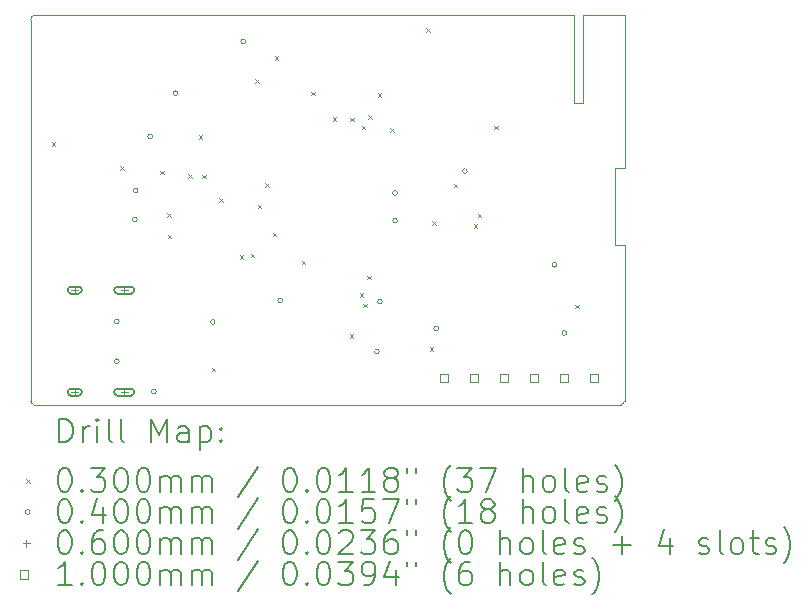
<source format=gbr>
%TF.GenerationSoftware,KiCad,Pcbnew,7.0.1-3b83917a11~172~ubuntu22.04.1*%
%TF.CreationDate,2023-04-25T14:52:25+02:00*%
%TF.ProjectId,sharp-lcd-128x128,73686172-702d-46c6-9364-2d3132387831,rev?*%
%TF.SameCoordinates,Original*%
%TF.FileFunction,Drillmap*%
%TF.FilePolarity,Positive*%
%FSLAX45Y45*%
G04 Gerber Fmt 4.5, Leading zero omitted, Abs format (unit mm)*
G04 Created by KiCad (PCBNEW 7.0.1-3b83917a11~172~ubuntu22.04.1) date 2023-04-25 14:52:25*
%MOMM*%
%LPD*%
G01*
G04 APERTURE LIST*
%ADD10C,0.100000*%
%ADD11C,0.200000*%
%ADD12C,0.030000*%
%ADD13C,0.040000*%
%ADD14C,0.060000*%
G04 APERTURE END LIST*
D10*
X7230000Y-6250000D02*
X12198787Y-6250000D01*
X7240000Y-2950000D02*
G75*
G03*
X7200000Y-2990000I0J-40000D01*
G01*
X12229000Y-2950000D02*
X12229000Y-4250000D01*
X12229000Y-2950000D02*
X11880000Y-2950000D01*
X7200000Y-2990000D02*
X7200000Y-6220000D01*
X12229000Y-4900000D02*
X12229000Y-6220000D01*
X11880000Y-3700000D02*
X11880000Y-2950000D01*
X12150000Y-4250000D02*
X12150000Y-4900000D01*
X11880000Y-3700000D02*
X11800000Y-3700000D01*
X12198787Y-6249787D02*
G75*
G03*
X12228787Y-6219787I3J29997D01*
G01*
X7200000Y-6220000D02*
G75*
G03*
X7230000Y-6250000I30000J0D01*
G01*
X12150000Y-4900000D02*
X12229000Y-4900000D01*
X12150000Y-4250000D02*
X12229000Y-4250000D01*
X11800000Y-2950000D02*
X7240000Y-2950000D01*
X11800000Y-3700000D02*
X11800000Y-2950000D01*
D11*
D12*
X7379000Y-4028000D02*
X7409000Y-4058000D01*
X7409000Y-4028000D02*
X7379000Y-4058000D01*
X7959000Y-4230000D02*
X7989000Y-4260000D01*
X7989000Y-4230000D02*
X7959000Y-4260000D01*
X8296111Y-4270672D02*
X8326111Y-4300672D01*
X8326111Y-4270672D02*
X8296111Y-4300672D01*
X8356000Y-4631000D02*
X8386000Y-4661000D01*
X8386000Y-4631000D02*
X8356000Y-4661000D01*
X8360000Y-4811000D02*
X8390000Y-4841000D01*
X8390000Y-4811000D02*
X8360000Y-4841000D01*
X8536194Y-4298194D02*
X8566194Y-4328194D01*
X8566194Y-4298194D02*
X8536194Y-4328194D01*
X8622000Y-3968000D02*
X8652000Y-3998000D01*
X8652000Y-3968000D02*
X8622000Y-3998000D01*
X8654891Y-4303891D02*
X8684891Y-4333891D01*
X8684891Y-4303891D02*
X8654891Y-4333891D01*
X8733000Y-5936000D02*
X8763000Y-5966000D01*
X8763000Y-5936000D02*
X8733000Y-5966000D01*
X8798000Y-4503000D02*
X8828000Y-4533000D01*
X8828000Y-4503000D02*
X8798000Y-4533000D01*
X8971746Y-4984714D02*
X9001746Y-5014714D01*
X9001746Y-4984714D02*
X8971746Y-5014714D01*
X9064000Y-4973000D02*
X9094000Y-5003000D01*
X9094000Y-4973000D02*
X9064000Y-5003000D01*
X9103000Y-3496000D02*
X9133000Y-3526000D01*
X9133000Y-3496000D02*
X9103000Y-3526000D01*
X9122000Y-4557000D02*
X9152000Y-4587000D01*
X9152000Y-4557000D02*
X9122000Y-4587000D01*
X9186000Y-4375050D02*
X9216000Y-4405050D01*
X9216000Y-4375050D02*
X9186000Y-4405050D01*
X9252000Y-4793000D02*
X9282000Y-4823000D01*
X9282000Y-4793000D02*
X9252000Y-4823000D01*
X9268000Y-3299000D02*
X9298000Y-3329000D01*
X9298000Y-3299000D02*
X9268000Y-3329000D01*
X9496000Y-5033000D02*
X9526000Y-5063000D01*
X9526000Y-5033000D02*
X9496000Y-5063000D01*
X9576000Y-3602000D02*
X9606000Y-3632000D01*
X9606000Y-3602000D02*
X9576000Y-3632000D01*
X9760121Y-3816056D02*
X9790121Y-3846056D01*
X9790121Y-3816056D02*
X9760121Y-3846056D01*
X9903000Y-5655000D02*
X9933000Y-5685000D01*
X9933000Y-5655000D02*
X9903000Y-5685000D01*
X9904682Y-3819168D02*
X9934682Y-3849168D01*
X9934682Y-3819168D02*
X9904682Y-3849168D01*
X9986000Y-5309000D02*
X10016000Y-5339000D01*
X10016000Y-5309000D02*
X9986000Y-5339000D01*
X10004000Y-3888000D02*
X10034000Y-3918000D01*
X10034000Y-3888000D02*
X10004000Y-3918000D01*
X10015000Y-5397000D02*
X10045000Y-5427000D01*
X10045000Y-5397000D02*
X10015000Y-5427000D01*
X10048796Y-5158593D02*
X10078796Y-5188593D01*
X10078796Y-5158593D02*
X10048796Y-5188593D01*
X10057000Y-3802000D02*
X10087000Y-3832000D01*
X10087000Y-3802000D02*
X10057000Y-3832000D01*
X10139910Y-3611450D02*
X10169910Y-3641450D01*
X10169910Y-3611450D02*
X10139910Y-3641450D01*
X10245000Y-3909000D02*
X10275000Y-3939000D01*
X10275000Y-3909000D02*
X10245000Y-3939000D01*
X10550878Y-3062250D02*
X10580878Y-3092250D01*
X10580878Y-3062250D02*
X10550878Y-3092250D01*
X10580000Y-5765000D02*
X10610000Y-5795000D01*
X10610000Y-5765000D02*
X10580000Y-5795000D01*
X10601000Y-4695000D02*
X10631000Y-4725000D01*
X10631000Y-4695000D02*
X10601000Y-4725000D01*
X10784000Y-4379000D02*
X10814000Y-4409000D01*
X10814000Y-4379000D02*
X10784000Y-4409000D01*
X10953450Y-4720667D02*
X10983450Y-4750667D01*
X10983450Y-4720667D02*
X10953450Y-4750667D01*
X10985000Y-4633000D02*
X11015000Y-4663000D01*
X11015000Y-4633000D02*
X10985000Y-4663000D01*
X11126000Y-3889000D02*
X11156000Y-3919000D01*
X11156000Y-3889000D02*
X11126000Y-3919000D01*
X11811000Y-5405000D02*
X11841000Y-5435000D01*
X11841000Y-5405000D02*
X11811000Y-5435000D01*
D13*
X7950000Y-5547500D02*
G75*
G03*
X7950000Y-5547500I-20000J0D01*
G01*
X7950000Y-5882500D02*
G75*
G03*
X7950000Y-5882500I-20000J0D01*
G01*
X8102750Y-4681000D02*
G75*
G03*
X8102750Y-4681000I-20000J0D01*
G01*
X8109750Y-4436000D02*
G75*
G03*
X8109750Y-4436000I-20000J0D01*
G01*
X8233000Y-3981000D02*
G75*
G03*
X8233000Y-3981000I-20000J0D01*
G01*
X8262500Y-6137500D02*
G75*
G03*
X8262500Y-6137500I-20000J0D01*
G01*
X8447000Y-3612000D02*
G75*
G03*
X8447000Y-3612000I-20000J0D01*
G01*
X8763000Y-5550000D02*
G75*
G03*
X8763000Y-5550000I-20000J0D01*
G01*
X9020000Y-3176000D02*
G75*
G03*
X9020000Y-3176000I-20000J0D01*
G01*
X9333000Y-5369000D02*
G75*
G03*
X9333000Y-5369000I-20000J0D01*
G01*
X10152000Y-5802000D02*
G75*
G03*
X10152000Y-5802000I-20000J0D01*
G01*
X10177649Y-5379033D02*
G75*
G03*
X10177649Y-5379033I-20000J0D01*
G01*
X10306000Y-4457000D02*
G75*
G03*
X10306000Y-4457000I-20000J0D01*
G01*
X10306000Y-4693000D02*
G75*
G03*
X10306000Y-4693000I-20000J0D01*
G01*
X10654000Y-5607000D02*
G75*
G03*
X10654000Y-5607000I-20000J0D01*
G01*
X10897000Y-4273000D02*
G75*
G03*
X10897000Y-4273000I-20000J0D01*
G01*
X11657000Y-5066000D02*
G75*
G03*
X11657000Y-5066000I-20000J0D01*
G01*
X11739000Y-5643000D02*
G75*
G03*
X11739000Y-5643000I-20000J0D01*
G01*
D14*
X7575000Y-5250500D02*
X7575000Y-5310500D01*
X7545000Y-5280500D02*
X7605000Y-5280500D01*
D11*
X7605000Y-5250500D02*
X7545000Y-5250500D01*
X7545000Y-5250500D02*
G75*
G03*
X7545000Y-5310500I0J-30000D01*
G01*
X7545000Y-5310500D02*
X7605000Y-5310500D01*
X7605000Y-5310500D02*
G75*
G03*
X7605000Y-5250500I0J30000D01*
G01*
D14*
X7575000Y-6114500D02*
X7575000Y-6174500D01*
X7545000Y-6144500D02*
X7605000Y-6144500D01*
D11*
X7605000Y-6114500D02*
X7545000Y-6114500D01*
X7545000Y-6114500D02*
G75*
G03*
X7545000Y-6174500I0J-30000D01*
G01*
X7545000Y-6174500D02*
X7605000Y-6174500D01*
X7605000Y-6174500D02*
G75*
G03*
X7605000Y-6114500I0J30000D01*
G01*
D14*
X7993000Y-5250500D02*
X7993000Y-5310500D01*
X7963000Y-5280500D02*
X8023000Y-5280500D01*
D11*
X8048000Y-5250500D02*
X7938000Y-5250500D01*
X7938000Y-5250500D02*
G75*
G03*
X7938000Y-5310500I0J-30000D01*
G01*
X7938000Y-5310500D02*
X8048000Y-5310500D01*
X8048000Y-5310500D02*
G75*
G03*
X8048000Y-5250500I0J30000D01*
G01*
D14*
X7993000Y-6114500D02*
X7993000Y-6174500D01*
X7963000Y-6144500D02*
X8023000Y-6144500D01*
D11*
X8048000Y-6114500D02*
X7938000Y-6114500D01*
X7938000Y-6114500D02*
G75*
G03*
X7938000Y-6174500I0J-30000D01*
G01*
X7938000Y-6174500D02*
X8048000Y-6174500D01*
X8048000Y-6174500D02*
G75*
G03*
X8048000Y-6114500I0J30000D01*
G01*
D10*
X10738356Y-6060356D02*
X10738356Y-5989644D01*
X10667644Y-5989644D01*
X10667644Y-6060356D01*
X10738356Y-6060356D01*
X10992356Y-6060356D02*
X10992356Y-5989644D01*
X10921644Y-5989644D01*
X10921644Y-6060356D01*
X10992356Y-6060356D01*
X11246356Y-6060356D02*
X11246356Y-5989644D01*
X11175644Y-5989644D01*
X11175644Y-6060356D01*
X11246356Y-6060356D01*
X11500356Y-6060356D02*
X11500356Y-5989644D01*
X11429644Y-5989644D01*
X11429644Y-6060356D01*
X11500356Y-6060356D01*
X11754356Y-6060356D02*
X11754356Y-5989644D01*
X11683644Y-5989644D01*
X11683644Y-6060356D01*
X11754356Y-6060356D01*
X12008356Y-6060356D02*
X12008356Y-5989644D01*
X11937644Y-5989644D01*
X11937644Y-6060356D01*
X12008356Y-6060356D01*
D11*
X7442619Y-6567524D02*
X7442619Y-6367524D01*
X7442619Y-6367524D02*
X7490238Y-6367524D01*
X7490238Y-6367524D02*
X7518809Y-6377048D01*
X7518809Y-6377048D02*
X7537857Y-6396095D01*
X7537857Y-6396095D02*
X7547381Y-6415143D01*
X7547381Y-6415143D02*
X7556905Y-6453238D01*
X7556905Y-6453238D02*
X7556905Y-6481809D01*
X7556905Y-6481809D02*
X7547381Y-6519905D01*
X7547381Y-6519905D02*
X7537857Y-6538952D01*
X7537857Y-6538952D02*
X7518809Y-6558000D01*
X7518809Y-6558000D02*
X7490238Y-6567524D01*
X7490238Y-6567524D02*
X7442619Y-6567524D01*
X7642619Y-6567524D02*
X7642619Y-6434190D01*
X7642619Y-6472286D02*
X7652143Y-6453238D01*
X7652143Y-6453238D02*
X7661667Y-6443714D01*
X7661667Y-6443714D02*
X7680714Y-6434190D01*
X7680714Y-6434190D02*
X7699762Y-6434190D01*
X7766428Y-6567524D02*
X7766428Y-6434190D01*
X7766428Y-6367524D02*
X7756905Y-6377048D01*
X7756905Y-6377048D02*
X7766428Y-6386571D01*
X7766428Y-6386571D02*
X7775952Y-6377048D01*
X7775952Y-6377048D02*
X7766428Y-6367524D01*
X7766428Y-6367524D02*
X7766428Y-6386571D01*
X7890238Y-6567524D02*
X7871190Y-6558000D01*
X7871190Y-6558000D02*
X7861667Y-6538952D01*
X7861667Y-6538952D02*
X7861667Y-6367524D01*
X7995000Y-6567524D02*
X7975952Y-6558000D01*
X7975952Y-6558000D02*
X7966428Y-6538952D01*
X7966428Y-6538952D02*
X7966428Y-6367524D01*
X8223571Y-6567524D02*
X8223571Y-6367524D01*
X8223571Y-6367524D02*
X8290238Y-6510381D01*
X8290238Y-6510381D02*
X8356905Y-6367524D01*
X8356905Y-6367524D02*
X8356905Y-6567524D01*
X8537857Y-6567524D02*
X8537857Y-6462762D01*
X8537857Y-6462762D02*
X8528333Y-6443714D01*
X8528333Y-6443714D02*
X8509286Y-6434190D01*
X8509286Y-6434190D02*
X8471190Y-6434190D01*
X8471190Y-6434190D02*
X8452143Y-6443714D01*
X8537857Y-6558000D02*
X8518810Y-6567524D01*
X8518810Y-6567524D02*
X8471190Y-6567524D01*
X8471190Y-6567524D02*
X8452143Y-6558000D01*
X8452143Y-6558000D02*
X8442619Y-6538952D01*
X8442619Y-6538952D02*
X8442619Y-6519905D01*
X8442619Y-6519905D02*
X8452143Y-6500857D01*
X8452143Y-6500857D02*
X8471190Y-6491333D01*
X8471190Y-6491333D02*
X8518810Y-6491333D01*
X8518810Y-6491333D02*
X8537857Y-6481809D01*
X8633095Y-6434190D02*
X8633095Y-6634190D01*
X8633095Y-6443714D02*
X8652143Y-6434190D01*
X8652143Y-6434190D02*
X8690238Y-6434190D01*
X8690238Y-6434190D02*
X8709286Y-6443714D01*
X8709286Y-6443714D02*
X8718810Y-6453238D01*
X8718810Y-6453238D02*
X8728333Y-6472286D01*
X8728333Y-6472286D02*
X8728333Y-6529428D01*
X8728333Y-6529428D02*
X8718810Y-6548476D01*
X8718810Y-6548476D02*
X8709286Y-6558000D01*
X8709286Y-6558000D02*
X8690238Y-6567524D01*
X8690238Y-6567524D02*
X8652143Y-6567524D01*
X8652143Y-6567524D02*
X8633095Y-6558000D01*
X8814048Y-6548476D02*
X8823571Y-6558000D01*
X8823571Y-6558000D02*
X8814048Y-6567524D01*
X8814048Y-6567524D02*
X8804524Y-6558000D01*
X8804524Y-6558000D02*
X8814048Y-6548476D01*
X8814048Y-6548476D02*
X8814048Y-6567524D01*
X8814048Y-6443714D02*
X8823571Y-6453238D01*
X8823571Y-6453238D02*
X8814048Y-6462762D01*
X8814048Y-6462762D02*
X8804524Y-6453238D01*
X8804524Y-6453238D02*
X8814048Y-6443714D01*
X8814048Y-6443714D02*
X8814048Y-6462762D01*
D12*
X7165000Y-6880000D02*
X7195000Y-6910000D01*
X7195000Y-6880000D02*
X7165000Y-6910000D01*
D11*
X7480714Y-6787524D02*
X7499762Y-6787524D01*
X7499762Y-6787524D02*
X7518809Y-6797048D01*
X7518809Y-6797048D02*
X7528333Y-6806571D01*
X7528333Y-6806571D02*
X7537857Y-6825619D01*
X7537857Y-6825619D02*
X7547381Y-6863714D01*
X7547381Y-6863714D02*
X7547381Y-6911333D01*
X7547381Y-6911333D02*
X7537857Y-6949428D01*
X7537857Y-6949428D02*
X7528333Y-6968476D01*
X7528333Y-6968476D02*
X7518809Y-6978000D01*
X7518809Y-6978000D02*
X7499762Y-6987524D01*
X7499762Y-6987524D02*
X7480714Y-6987524D01*
X7480714Y-6987524D02*
X7461667Y-6978000D01*
X7461667Y-6978000D02*
X7452143Y-6968476D01*
X7452143Y-6968476D02*
X7442619Y-6949428D01*
X7442619Y-6949428D02*
X7433095Y-6911333D01*
X7433095Y-6911333D02*
X7433095Y-6863714D01*
X7433095Y-6863714D02*
X7442619Y-6825619D01*
X7442619Y-6825619D02*
X7452143Y-6806571D01*
X7452143Y-6806571D02*
X7461667Y-6797048D01*
X7461667Y-6797048D02*
X7480714Y-6787524D01*
X7633095Y-6968476D02*
X7642619Y-6978000D01*
X7642619Y-6978000D02*
X7633095Y-6987524D01*
X7633095Y-6987524D02*
X7623571Y-6978000D01*
X7623571Y-6978000D02*
X7633095Y-6968476D01*
X7633095Y-6968476D02*
X7633095Y-6987524D01*
X7709286Y-6787524D02*
X7833095Y-6787524D01*
X7833095Y-6787524D02*
X7766428Y-6863714D01*
X7766428Y-6863714D02*
X7795000Y-6863714D01*
X7795000Y-6863714D02*
X7814048Y-6873238D01*
X7814048Y-6873238D02*
X7823571Y-6882762D01*
X7823571Y-6882762D02*
X7833095Y-6901809D01*
X7833095Y-6901809D02*
X7833095Y-6949428D01*
X7833095Y-6949428D02*
X7823571Y-6968476D01*
X7823571Y-6968476D02*
X7814048Y-6978000D01*
X7814048Y-6978000D02*
X7795000Y-6987524D01*
X7795000Y-6987524D02*
X7737857Y-6987524D01*
X7737857Y-6987524D02*
X7718809Y-6978000D01*
X7718809Y-6978000D02*
X7709286Y-6968476D01*
X7956905Y-6787524D02*
X7975952Y-6787524D01*
X7975952Y-6787524D02*
X7995000Y-6797048D01*
X7995000Y-6797048D02*
X8004524Y-6806571D01*
X8004524Y-6806571D02*
X8014048Y-6825619D01*
X8014048Y-6825619D02*
X8023571Y-6863714D01*
X8023571Y-6863714D02*
X8023571Y-6911333D01*
X8023571Y-6911333D02*
X8014048Y-6949428D01*
X8014048Y-6949428D02*
X8004524Y-6968476D01*
X8004524Y-6968476D02*
X7995000Y-6978000D01*
X7995000Y-6978000D02*
X7975952Y-6987524D01*
X7975952Y-6987524D02*
X7956905Y-6987524D01*
X7956905Y-6987524D02*
X7937857Y-6978000D01*
X7937857Y-6978000D02*
X7928333Y-6968476D01*
X7928333Y-6968476D02*
X7918809Y-6949428D01*
X7918809Y-6949428D02*
X7909286Y-6911333D01*
X7909286Y-6911333D02*
X7909286Y-6863714D01*
X7909286Y-6863714D02*
X7918809Y-6825619D01*
X7918809Y-6825619D02*
X7928333Y-6806571D01*
X7928333Y-6806571D02*
X7937857Y-6797048D01*
X7937857Y-6797048D02*
X7956905Y-6787524D01*
X8147381Y-6787524D02*
X8166429Y-6787524D01*
X8166429Y-6787524D02*
X8185476Y-6797048D01*
X8185476Y-6797048D02*
X8195000Y-6806571D01*
X8195000Y-6806571D02*
X8204524Y-6825619D01*
X8204524Y-6825619D02*
X8214048Y-6863714D01*
X8214048Y-6863714D02*
X8214048Y-6911333D01*
X8214048Y-6911333D02*
X8204524Y-6949428D01*
X8204524Y-6949428D02*
X8195000Y-6968476D01*
X8195000Y-6968476D02*
X8185476Y-6978000D01*
X8185476Y-6978000D02*
X8166429Y-6987524D01*
X8166429Y-6987524D02*
X8147381Y-6987524D01*
X8147381Y-6987524D02*
X8128333Y-6978000D01*
X8128333Y-6978000D02*
X8118809Y-6968476D01*
X8118809Y-6968476D02*
X8109286Y-6949428D01*
X8109286Y-6949428D02*
X8099762Y-6911333D01*
X8099762Y-6911333D02*
X8099762Y-6863714D01*
X8099762Y-6863714D02*
X8109286Y-6825619D01*
X8109286Y-6825619D02*
X8118809Y-6806571D01*
X8118809Y-6806571D02*
X8128333Y-6797048D01*
X8128333Y-6797048D02*
X8147381Y-6787524D01*
X8299762Y-6987524D02*
X8299762Y-6854190D01*
X8299762Y-6873238D02*
X8309286Y-6863714D01*
X8309286Y-6863714D02*
X8328333Y-6854190D01*
X8328333Y-6854190D02*
X8356905Y-6854190D01*
X8356905Y-6854190D02*
X8375952Y-6863714D01*
X8375952Y-6863714D02*
X8385476Y-6882762D01*
X8385476Y-6882762D02*
X8385476Y-6987524D01*
X8385476Y-6882762D02*
X8395000Y-6863714D01*
X8395000Y-6863714D02*
X8414048Y-6854190D01*
X8414048Y-6854190D02*
X8442619Y-6854190D01*
X8442619Y-6854190D02*
X8461667Y-6863714D01*
X8461667Y-6863714D02*
X8471191Y-6882762D01*
X8471191Y-6882762D02*
X8471191Y-6987524D01*
X8566429Y-6987524D02*
X8566429Y-6854190D01*
X8566429Y-6873238D02*
X8575952Y-6863714D01*
X8575952Y-6863714D02*
X8595000Y-6854190D01*
X8595000Y-6854190D02*
X8623572Y-6854190D01*
X8623572Y-6854190D02*
X8642619Y-6863714D01*
X8642619Y-6863714D02*
X8652143Y-6882762D01*
X8652143Y-6882762D02*
X8652143Y-6987524D01*
X8652143Y-6882762D02*
X8661667Y-6863714D01*
X8661667Y-6863714D02*
X8680714Y-6854190D01*
X8680714Y-6854190D02*
X8709286Y-6854190D01*
X8709286Y-6854190D02*
X8728333Y-6863714D01*
X8728333Y-6863714D02*
X8737857Y-6882762D01*
X8737857Y-6882762D02*
X8737857Y-6987524D01*
X9128333Y-6778000D02*
X8956905Y-7035143D01*
X9385476Y-6787524D02*
X9404524Y-6787524D01*
X9404524Y-6787524D02*
X9423572Y-6797048D01*
X9423572Y-6797048D02*
X9433095Y-6806571D01*
X9433095Y-6806571D02*
X9442619Y-6825619D01*
X9442619Y-6825619D02*
X9452143Y-6863714D01*
X9452143Y-6863714D02*
X9452143Y-6911333D01*
X9452143Y-6911333D02*
X9442619Y-6949428D01*
X9442619Y-6949428D02*
X9433095Y-6968476D01*
X9433095Y-6968476D02*
X9423572Y-6978000D01*
X9423572Y-6978000D02*
X9404524Y-6987524D01*
X9404524Y-6987524D02*
X9385476Y-6987524D01*
X9385476Y-6987524D02*
X9366429Y-6978000D01*
X9366429Y-6978000D02*
X9356905Y-6968476D01*
X9356905Y-6968476D02*
X9347381Y-6949428D01*
X9347381Y-6949428D02*
X9337857Y-6911333D01*
X9337857Y-6911333D02*
X9337857Y-6863714D01*
X9337857Y-6863714D02*
X9347381Y-6825619D01*
X9347381Y-6825619D02*
X9356905Y-6806571D01*
X9356905Y-6806571D02*
X9366429Y-6797048D01*
X9366429Y-6797048D02*
X9385476Y-6787524D01*
X9537857Y-6968476D02*
X9547381Y-6978000D01*
X9547381Y-6978000D02*
X9537857Y-6987524D01*
X9537857Y-6987524D02*
X9528334Y-6978000D01*
X9528334Y-6978000D02*
X9537857Y-6968476D01*
X9537857Y-6968476D02*
X9537857Y-6987524D01*
X9671191Y-6787524D02*
X9690238Y-6787524D01*
X9690238Y-6787524D02*
X9709286Y-6797048D01*
X9709286Y-6797048D02*
X9718810Y-6806571D01*
X9718810Y-6806571D02*
X9728334Y-6825619D01*
X9728334Y-6825619D02*
X9737857Y-6863714D01*
X9737857Y-6863714D02*
X9737857Y-6911333D01*
X9737857Y-6911333D02*
X9728334Y-6949428D01*
X9728334Y-6949428D02*
X9718810Y-6968476D01*
X9718810Y-6968476D02*
X9709286Y-6978000D01*
X9709286Y-6978000D02*
X9690238Y-6987524D01*
X9690238Y-6987524D02*
X9671191Y-6987524D01*
X9671191Y-6987524D02*
X9652143Y-6978000D01*
X9652143Y-6978000D02*
X9642619Y-6968476D01*
X9642619Y-6968476D02*
X9633095Y-6949428D01*
X9633095Y-6949428D02*
X9623572Y-6911333D01*
X9623572Y-6911333D02*
X9623572Y-6863714D01*
X9623572Y-6863714D02*
X9633095Y-6825619D01*
X9633095Y-6825619D02*
X9642619Y-6806571D01*
X9642619Y-6806571D02*
X9652143Y-6797048D01*
X9652143Y-6797048D02*
X9671191Y-6787524D01*
X9928334Y-6987524D02*
X9814048Y-6987524D01*
X9871191Y-6987524D02*
X9871191Y-6787524D01*
X9871191Y-6787524D02*
X9852143Y-6816095D01*
X9852143Y-6816095D02*
X9833095Y-6835143D01*
X9833095Y-6835143D02*
X9814048Y-6844667D01*
X10118810Y-6987524D02*
X10004524Y-6987524D01*
X10061667Y-6987524D02*
X10061667Y-6787524D01*
X10061667Y-6787524D02*
X10042619Y-6816095D01*
X10042619Y-6816095D02*
X10023572Y-6835143D01*
X10023572Y-6835143D02*
X10004524Y-6844667D01*
X10233095Y-6873238D02*
X10214048Y-6863714D01*
X10214048Y-6863714D02*
X10204524Y-6854190D01*
X10204524Y-6854190D02*
X10195000Y-6835143D01*
X10195000Y-6835143D02*
X10195000Y-6825619D01*
X10195000Y-6825619D02*
X10204524Y-6806571D01*
X10204524Y-6806571D02*
X10214048Y-6797048D01*
X10214048Y-6797048D02*
X10233095Y-6787524D01*
X10233095Y-6787524D02*
X10271191Y-6787524D01*
X10271191Y-6787524D02*
X10290238Y-6797048D01*
X10290238Y-6797048D02*
X10299762Y-6806571D01*
X10299762Y-6806571D02*
X10309286Y-6825619D01*
X10309286Y-6825619D02*
X10309286Y-6835143D01*
X10309286Y-6835143D02*
X10299762Y-6854190D01*
X10299762Y-6854190D02*
X10290238Y-6863714D01*
X10290238Y-6863714D02*
X10271191Y-6873238D01*
X10271191Y-6873238D02*
X10233095Y-6873238D01*
X10233095Y-6873238D02*
X10214048Y-6882762D01*
X10214048Y-6882762D02*
X10204524Y-6892286D01*
X10204524Y-6892286D02*
X10195000Y-6911333D01*
X10195000Y-6911333D02*
X10195000Y-6949428D01*
X10195000Y-6949428D02*
X10204524Y-6968476D01*
X10204524Y-6968476D02*
X10214048Y-6978000D01*
X10214048Y-6978000D02*
X10233095Y-6987524D01*
X10233095Y-6987524D02*
X10271191Y-6987524D01*
X10271191Y-6987524D02*
X10290238Y-6978000D01*
X10290238Y-6978000D02*
X10299762Y-6968476D01*
X10299762Y-6968476D02*
X10309286Y-6949428D01*
X10309286Y-6949428D02*
X10309286Y-6911333D01*
X10309286Y-6911333D02*
X10299762Y-6892286D01*
X10299762Y-6892286D02*
X10290238Y-6882762D01*
X10290238Y-6882762D02*
X10271191Y-6873238D01*
X10385476Y-6787524D02*
X10385476Y-6825619D01*
X10461667Y-6787524D02*
X10461667Y-6825619D01*
X10756905Y-7063714D02*
X10747381Y-7054190D01*
X10747381Y-7054190D02*
X10728334Y-7025619D01*
X10728334Y-7025619D02*
X10718810Y-7006571D01*
X10718810Y-7006571D02*
X10709286Y-6978000D01*
X10709286Y-6978000D02*
X10699762Y-6930381D01*
X10699762Y-6930381D02*
X10699762Y-6892286D01*
X10699762Y-6892286D02*
X10709286Y-6844667D01*
X10709286Y-6844667D02*
X10718810Y-6816095D01*
X10718810Y-6816095D02*
X10728334Y-6797048D01*
X10728334Y-6797048D02*
X10747381Y-6768476D01*
X10747381Y-6768476D02*
X10756905Y-6758952D01*
X10814048Y-6787524D02*
X10937857Y-6787524D01*
X10937857Y-6787524D02*
X10871191Y-6863714D01*
X10871191Y-6863714D02*
X10899762Y-6863714D01*
X10899762Y-6863714D02*
X10918810Y-6873238D01*
X10918810Y-6873238D02*
X10928334Y-6882762D01*
X10928334Y-6882762D02*
X10937857Y-6901809D01*
X10937857Y-6901809D02*
X10937857Y-6949428D01*
X10937857Y-6949428D02*
X10928334Y-6968476D01*
X10928334Y-6968476D02*
X10918810Y-6978000D01*
X10918810Y-6978000D02*
X10899762Y-6987524D01*
X10899762Y-6987524D02*
X10842619Y-6987524D01*
X10842619Y-6987524D02*
X10823572Y-6978000D01*
X10823572Y-6978000D02*
X10814048Y-6968476D01*
X11004524Y-6787524D02*
X11137857Y-6787524D01*
X11137857Y-6787524D02*
X11052143Y-6987524D01*
X11366429Y-6987524D02*
X11366429Y-6787524D01*
X11452143Y-6987524D02*
X11452143Y-6882762D01*
X11452143Y-6882762D02*
X11442619Y-6863714D01*
X11442619Y-6863714D02*
X11423572Y-6854190D01*
X11423572Y-6854190D02*
X11395000Y-6854190D01*
X11395000Y-6854190D02*
X11375953Y-6863714D01*
X11375953Y-6863714D02*
X11366429Y-6873238D01*
X11575953Y-6987524D02*
X11556905Y-6978000D01*
X11556905Y-6978000D02*
X11547381Y-6968476D01*
X11547381Y-6968476D02*
X11537857Y-6949428D01*
X11537857Y-6949428D02*
X11537857Y-6892286D01*
X11537857Y-6892286D02*
X11547381Y-6873238D01*
X11547381Y-6873238D02*
X11556905Y-6863714D01*
X11556905Y-6863714D02*
X11575953Y-6854190D01*
X11575953Y-6854190D02*
X11604524Y-6854190D01*
X11604524Y-6854190D02*
X11623572Y-6863714D01*
X11623572Y-6863714D02*
X11633096Y-6873238D01*
X11633096Y-6873238D02*
X11642619Y-6892286D01*
X11642619Y-6892286D02*
X11642619Y-6949428D01*
X11642619Y-6949428D02*
X11633096Y-6968476D01*
X11633096Y-6968476D02*
X11623572Y-6978000D01*
X11623572Y-6978000D02*
X11604524Y-6987524D01*
X11604524Y-6987524D02*
X11575953Y-6987524D01*
X11756905Y-6987524D02*
X11737857Y-6978000D01*
X11737857Y-6978000D02*
X11728334Y-6958952D01*
X11728334Y-6958952D02*
X11728334Y-6787524D01*
X11909286Y-6978000D02*
X11890238Y-6987524D01*
X11890238Y-6987524D02*
X11852143Y-6987524D01*
X11852143Y-6987524D02*
X11833096Y-6978000D01*
X11833096Y-6978000D02*
X11823572Y-6958952D01*
X11823572Y-6958952D02*
X11823572Y-6882762D01*
X11823572Y-6882762D02*
X11833096Y-6863714D01*
X11833096Y-6863714D02*
X11852143Y-6854190D01*
X11852143Y-6854190D02*
X11890238Y-6854190D01*
X11890238Y-6854190D02*
X11909286Y-6863714D01*
X11909286Y-6863714D02*
X11918810Y-6882762D01*
X11918810Y-6882762D02*
X11918810Y-6901809D01*
X11918810Y-6901809D02*
X11823572Y-6920857D01*
X11995000Y-6978000D02*
X12014048Y-6987524D01*
X12014048Y-6987524D02*
X12052143Y-6987524D01*
X12052143Y-6987524D02*
X12071191Y-6978000D01*
X12071191Y-6978000D02*
X12080715Y-6958952D01*
X12080715Y-6958952D02*
X12080715Y-6949428D01*
X12080715Y-6949428D02*
X12071191Y-6930381D01*
X12071191Y-6930381D02*
X12052143Y-6920857D01*
X12052143Y-6920857D02*
X12023572Y-6920857D01*
X12023572Y-6920857D02*
X12004524Y-6911333D01*
X12004524Y-6911333D02*
X11995000Y-6892286D01*
X11995000Y-6892286D02*
X11995000Y-6882762D01*
X11995000Y-6882762D02*
X12004524Y-6863714D01*
X12004524Y-6863714D02*
X12023572Y-6854190D01*
X12023572Y-6854190D02*
X12052143Y-6854190D01*
X12052143Y-6854190D02*
X12071191Y-6863714D01*
X12147381Y-7063714D02*
X12156905Y-7054190D01*
X12156905Y-7054190D02*
X12175953Y-7025619D01*
X12175953Y-7025619D02*
X12185477Y-7006571D01*
X12185477Y-7006571D02*
X12195000Y-6978000D01*
X12195000Y-6978000D02*
X12204524Y-6930381D01*
X12204524Y-6930381D02*
X12204524Y-6892286D01*
X12204524Y-6892286D02*
X12195000Y-6844667D01*
X12195000Y-6844667D02*
X12185477Y-6816095D01*
X12185477Y-6816095D02*
X12175953Y-6797048D01*
X12175953Y-6797048D02*
X12156905Y-6768476D01*
X12156905Y-6768476D02*
X12147381Y-6758952D01*
D13*
X7195000Y-7159000D02*
G75*
G03*
X7195000Y-7159000I-20000J0D01*
G01*
D11*
X7480714Y-7051524D02*
X7499762Y-7051524D01*
X7499762Y-7051524D02*
X7518809Y-7061048D01*
X7518809Y-7061048D02*
X7528333Y-7070571D01*
X7528333Y-7070571D02*
X7537857Y-7089619D01*
X7537857Y-7089619D02*
X7547381Y-7127714D01*
X7547381Y-7127714D02*
X7547381Y-7175333D01*
X7547381Y-7175333D02*
X7537857Y-7213428D01*
X7537857Y-7213428D02*
X7528333Y-7232476D01*
X7528333Y-7232476D02*
X7518809Y-7242000D01*
X7518809Y-7242000D02*
X7499762Y-7251524D01*
X7499762Y-7251524D02*
X7480714Y-7251524D01*
X7480714Y-7251524D02*
X7461667Y-7242000D01*
X7461667Y-7242000D02*
X7452143Y-7232476D01*
X7452143Y-7232476D02*
X7442619Y-7213428D01*
X7442619Y-7213428D02*
X7433095Y-7175333D01*
X7433095Y-7175333D02*
X7433095Y-7127714D01*
X7433095Y-7127714D02*
X7442619Y-7089619D01*
X7442619Y-7089619D02*
X7452143Y-7070571D01*
X7452143Y-7070571D02*
X7461667Y-7061048D01*
X7461667Y-7061048D02*
X7480714Y-7051524D01*
X7633095Y-7232476D02*
X7642619Y-7242000D01*
X7642619Y-7242000D02*
X7633095Y-7251524D01*
X7633095Y-7251524D02*
X7623571Y-7242000D01*
X7623571Y-7242000D02*
X7633095Y-7232476D01*
X7633095Y-7232476D02*
X7633095Y-7251524D01*
X7814048Y-7118190D02*
X7814048Y-7251524D01*
X7766428Y-7042000D02*
X7718809Y-7184857D01*
X7718809Y-7184857D02*
X7842619Y-7184857D01*
X7956905Y-7051524D02*
X7975952Y-7051524D01*
X7975952Y-7051524D02*
X7995000Y-7061048D01*
X7995000Y-7061048D02*
X8004524Y-7070571D01*
X8004524Y-7070571D02*
X8014048Y-7089619D01*
X8014048Y-7089619D02*
X8023571Y-7127714D01*
X8023571Y-7127714D02*
X8023571Y-7175333D01*
X8023571Y-7175333D02*
X8014048Y-7213428D01*
X8014048Y-7213428D02*
X8004524Y-7232476D01*
X8004524Y-7232476D02*
X7995000Y-7242000D01*
X7995000Y-7242000D02*
X7975952Y-7251524D01*
X7975952Y-7251524D02*
X7956905Y-7251524D01*
X7956905Y-7251524D02*
X7937857Y-7242000D01*
X7937857Y-7242000D02*
X7928333Y-7232476D01*
X7928333Y-7232476D02*
X7918809Y-7213428D01*
X7918809Y-7213428D02*
X7909286Y-7175333D01*
X7909286Y-7175333D02*
X7909286Y-7127714D01*
X7909286Y-7127714D02*
X7918809Y-7089619D01*
X7918809Y-7089619D02*
X7928333Y-7070571D01*
X7928333Y-7070571D02*
X7937857Y-7061048D01*
X7937857Y-7061048D02*
X7956905Y-7051524D01*
X8147381Y-7051524D02*
X8166429Y-7051524D01*
X8166429Y-7051524D02*
X8185476Y-7061048D01*
X8185476Y-7061048D02*
X8195000Y-7070571D01*
X8195000Y-7070571D02*
X8204524Y-7089619D01*
X8204524Y-7089619D02*
X8214048Y-7127714D01*
X8214048Y-7127714D02*
X8214048Y-7175333D01*
X8214048Y-7175333D02*
X8204524Y-7213428D01*
X8204524Y-7213428D02*
X8195000Y-7232476D01*
X8195000Y-7232476D02*
X8185476Y-7242000D01*
X8185476Y-7242000D02*
X8166429Y-7251524D01*
X8166429Y-7251524D02*
X8147381Y-7251524D01*
X8147381Y-7251524D02*
X8128333Y-7242000D01*
X8128333Y-7242000D02*
X8118809Y-7232476D01*
X8118809Y-7232476D02*
X8109286Y-7213428D01*
X8109286Y-7213428D02*
X8099762Y-7175333D01*
X8099762Y-7175333D02*
X8099762Y-7127714D01*
X8099762Y-7127714D02*
X8109286Y-7089619D01*
X8109286Y-7089619D02*
X8118809Y-7070571D01*
X8118809Y-7070571D02*
X8128333Y-7061048D01*
X8128333Y-7061048D02*
X8147381Y-7051524D01*
X8299762Y-7251524D02*
X8299762Y-7118190D01*
X8299762Y-7137238D02*
X8309286Y-7127714D01*
X8309286Y-7127714D02*
X8328333Y-7118190D01*
X8328333Y-7118190D02*
X8356905Y-7118190D01*
X8356905Y-7118190D02*
X8375952Y-7127714D01*
X8375952Y-7127714D02*
X8385476Y-7146762D01*
X8385476Y-7146762D02*
X8385476Y-7251524D01*
X8385476Y-7146762D02*
X8395000Y-7127714D01*
X8395000Y-7127714D02*
X8414048Y-7118190D01*
X8414048Y-7118190D02*
X8442619Y-7118190D01*
X8442619Y-7118190D02*
X8461667Y-7127714D01*
X8461667Y-7127714D02*
X8471191Y-7146762D01*
X8471191Y-7146762D02*
X8471191Y-7251524D01*
X8566429Y-7251524D02*
X8566429Y-7118190D01*
X8566429Y-7137238D02*
X8575952Y-7127714D01*
X8575952Y-7127714D02*
X8595000Y-7118190D01*
X8595000Y-7118190D02*
X8623572Y-7118190D01*
X8623572Y-7118190D02*
X8642619Y-7127714D01*
X8642619Y-7127714D02*
X8652143Y-7146762D01*
X8652143Y-7146762D02*
X8652143Y-7251524D01*
X8652143Y-7146762D02*
X8661667Y-7127714D01*
X8661667Y-7127714D02*
X8680714Y-7118190D01*
X8680714Y-7118190D02*
X8709286Y-7118190D01*
X8709286Y-7118190D02*
X8728333Y-7127714D01*
X8728333Y-7127714D02*
X8737857Y-7146762D01*
X8737857Y-7146762D02*
X8737857Y-7251524D01*
X9128333Y-7042000D02*
X8956905Y-7299143D01*
X9385476Y-7051524D02*
X9404524Y-7051524D01*
X9404524Y-7051524D02*
X9423572Y-7061048D01*
X9423572Y-7061048D02*
X9433095Y-7070571D01*
X9433095Y-7070571D02*
X9442619Y-7089619D01*
X9442619Y-7089619D02*
X9452143Y-7127714D01*
X9452143Y-7127714D02*
X9452143Y-7175333D01*
X9452143Y-7175333D02*
X9442619Y-7213428D01*
X9442619Y-7213428D02*
X9433095Y-7232476D01*
X9433095Y-7232476D02*
X9423572Y-7242000D01*
X9423572Y-7242000D02*
X9404524Y-7251524D01*
X9404524Y-7251524D02*
X9385476Y-7251524D01*
X9385476Y-7251524D02*
X9366429Y-7242000D01*
X9366429Y-7242000D02*
X9356905Y-7232476D01*
X9356905Y-7232476D02*
X9347381Y-7213428D01*
X9347381Y-7213428D02*
X9337857Y-7175333D01*
X9337857Y-7175333D02*
X9337857Y-7127714D01*
X9337857Y-7127714D02*
X9347381Y-7089619D01*
X9347381Y-7089619D02*
X9356905Y-7070571D01*
X9356905Y-7070571D02*
X9366429Y-7061048D01*
X9366429Y-7061048D02*
X9385476Y-7051524D01*
X9537857Y-7232476D02*
X9547381Y-7242000D01*
X9547381Y-7242000D02*
X9537857Y-7251524D01*
X9537857Y-7251524D02*
X9528334Y-7242000D01*
X9528334Y-7242000D02*
X9537857Y-7232476D01*
X9537857Y-7232476D02*
X9537857Y-7251524D01*
X9671191Y-7051524D02*
X9690238Y-7051524D01*
X9690238Y-7051524D02*
X9709286Y-7061048D01*
X9709286Y-7061048D02*
X9718810Y-7070571D01*
X9718810Y-7070571D02*
X9728334Y-7089619D01*
X9728334Y-7089619D02*
X9737857Y-7127714D01*
X9737857Y-7127714D02*
X9737857Y-7175333D01*
X9737857Y-7175333D02*
X9728334Y-7213428D01*
X9728334Y-7213428D02*
X9718810Y-7232476D01*
X9718810Y-7232476D02*
X9709286Y-7242000D01*
X9709286Y-7242000D02*
X9690238Y-7251524D01*
X9690238Y-7251524D02*
X9671191Y-7251524D01*
X9671191Y-7251524D02*
X9652143Y-7242000D01*
X9652143Y-7242000D02*
X9642619Y-7232476D01*
X9642619Y-7232476D02*
X9633095Y-7213428D01*
X9633095Y-7213428D02*
X9623572Y-7175333D01*
X9623572Y-7175333D02*
X9623572Y-7127714D01*
X9623572Y-7127714D02*
X9633095Y-7089619D01*
X9633095Y-7089619D02*
X9642619Y-7070571D01*
X9642619Y-7070571D02*
X9652143Y-7061048D01*
X9652143Y-7061048D02*
X9671191Y-7051524D01*
X9928334Y-7251524D02*
X9814048Y-7251524D01*
X9871191Y-7251524D02*
X9871191Y-7051524D01*
X9871191Y-7051524D02*
X9852143Y-7080095D01*
X9852143Y-7080095D02*
X9833095Y-7099143D01*
X9833095Y-7099143D02*
X9814048Y-7108667D01*
X10109286Y-7051524D02*
X10014048Y-7051524D01*
X10014048Y-7051524D02*
X10004524Y-7146762D01*
X10004524Y-7146762D02*
X10014048Y-7137238D01*
X10014048Y-7137238D02*
X10033095Y-7127714D01*
X10033095Y-7127714D02*
X10080715Y-7127714D01*
X10080715Y-7127714D02*
X10099762Y-7137238D01*
X10099762Y-7137238D02*
X10109286Y-7146762D01*
X10109286Y-7146762D02*
X10118810Y-7165809D01*
X10118810Y-7165809D02*
X10118810Y-7213428D01*
X10118810Y-7213428D02*
X10109286Y-7232476D01*
X10109286Y-7232476D02*
X10099762Y-7242000D01*
X10099762Y-7242000D02*
X10080715Y-7251524D01*
X10080715Y-7251524D02*
X10033095Y-7251524D01*
X10033095Y-7251524D02*
X10014048Y-7242000D01*
X10014048Y-7242000D02*
X10004524Y-7232476D01*
X10185476Y-7051524D02*
X10318810Y-7051524D01*
X10318810Y-7051524D02*
X10233095Y-7251524D01*
X10385476Y-7051524D02*
X10385476Y-7089619D01*
X10461667Y-7051524D02*
X10461667Y-7089619D01*
X10756905Y-7327714D02*
X10747381Y-7318190D01*
X10747381Y-7318190D02*
X10728334Y-7289619D01*
X10728334Y-7289619D02*
X10718810Y-7270571D01*
X10718810Y-7270571D02*
X10709286Y-7242000D01*
X10709286Y-7242000D02*
X10699762Y-7194381D01*
X10699762Y-7194381D02*
X10699762Y-7156286D01*
X10699762Y-7156286D02*
X10709286Y-7108667D01*
X10709286Y-7108667D02*
X10718810Y-7080095D01*
X10718810Y-7080095D02*
X10728334Y-7061048D01*
X10728334Y-7061048D02*
X10747381Y-7032476D01*
X10747381Y-7032476D02*
X10756905Y-7022952D01*
X10937857Y-7251524D02*
X10823572Y-7251524D01*
X10880715Y-7251524D02*
X10880715Y-7051524D01*
X10880715Y-7051524D02*
X10861667Y-7080095D01*
X10861667Y-7080095D02*
X10842619Y-7099143D01*
X10842619Y-7099143D02*
X10823572Y-7108667D01*
X11052143Y-7137238D02*
X11033096Y-7127714D01*
X11033096Y-7127714D02*
X11023572Y-7118190D01*
X11023572Y-7118190D02*
X11014048Y-7099143D01*
X11014048Y-7099143D02*
X11014048Y-7089619D01*
X11014048Y-7089619D02*
X11023572Y-7070571D01*
X11023572Y-7070571D02*
X11033096Y-7061048D01*
X11033096Y-7061048D02*
X11052143Y-7051524D01*
X11052143Y-7051524D02*
X11090238Y-7051524D01*
X11090238Y-7051524D02*
X11109286Y-7061048D01*
X11109286Y-7061048D02*
X11118810Y-7070571D01*
X11118810Y-7070571D02*
X11128334Y-7089619D01*
X11128334Y-7089619D02*
X11128334Y-7099143D01*
X11128334Y-7099143D02*
X11118810Y-7118190D01*
X11118810Y-7118190D02*
X11109286Y-7127714D01*
X11109286Y-7127714D02*
X11090238Y-7137238D01*
X11090238Y-7137238D02*
X11052143Y-7137238D01*
X11052143Y-7137238D02*
X11033096Y-7146762D01*
X11033096Y-7146762D02*
X11023572Y-7156286D01*
X11023572Y-7156286D02*
X11014048Y-7175333D01*
X11014048Y-7175333D02*
X11014048Y-7213428D01*
X11014048Y-7213428D02*
X11023572Y-7232476D01*
X11023572Y-7232476D02*
X11033096Y-7242000D01*
X11033096Y-7242000D02*
X11052143Y-7251524D01*
X11052143Y-7251524D02*
X11090238Y-7251524D01*
X11090238Y-7251524D02*
X11109286Y-7242000D01*
X11109286Y-7242000D02*
X11118810Y-7232476D01*
X11118810Y-7232476D02*
X11128334Y-7213428D01*
X11128334Y-7213428D02*
X11128334Y-7175333D01*
X11128334Y-7175333D02*
X11118810Y-7156286D01*
X11118810Y-7156286D02*
X11109286Y-7146762D01*
X11109286Y-7146762D02*
X11090238Y-7137238D01*
X11366429Y-7251524D02*
X11366429Y-7051524D01*
X11452143Y-7251524D02*
X11452143Y-7146762D01*
X11452143Y-7146762D02*
X11442619Y-7127714D01*
X11442619Y-7127714D02*
X11423572Y-7118190D01*
X11423572Y-7118190D02*
X11395000Y-7118190D01*
X11395000Y-7118190D02*
X11375953Y-7127714D01*
X11375953Y-7127714D02*
X11366429Y-7137238D01*
X11575953Y-7251524D02*
X11556905Y-7242000D01*
X11556905Y-7242000D02*
X11547381Y-7232476D01*
X11547381Y-7232476D02*
X11537857Y-7213428D01*
X11537857Y-7213428D02*
X11537857Y-7156286D01*
X11537857Y-7156286D02*
X11547381Y-7137238D01*
X11547381Y-7137238D02*
X11556905Y-7127714D01*
X11556905Y-7127714D02*
X11575953Y-7118190D01*
X11575953Y-7118190D02*
X11604524Y-7118190D01*
X11604524Y-7118190D02*
X11623572Y-7127714D01*
X11623572Y-7127714D02*
X11633096Y-7137238D01*
X11633096Y-7137238D02*
X11642619Y-7156286D01*
X11642619Y-7156286D02*
X11642619Y-7213428D01*
X11642619Y-7213428D02*
X11633096Y-7232476D01*
X11633096Y-7232476D02*
X11623572Y-7242000D01*
X11623572Y-7242000D02*
X11604524Y-7251524D01*
X11604524Y-7251524D02*
X11575953Y-7251524D01*
X11756905Y-7251524D02*
X11737857Y-7242000D01*
X11737857Y-7242000D02*
X11728334Y-7222952D01*
X11728334Y-7222952D02*
X11728334Y-7051524D01*
X11909286Y-7242000D02*
X11890238Y-7251524D01*
X11890238Y-7251524D02*
X11852143Y-7251524D01*
X11852143Y-7251524D02*
X11833096Y-7242000D01*
X11833096Y-7242000D02*
X11823572Y-7222952D01*
X11823572Y-7222952D02*
X11823572Y-7146762D01*
X11823572Y-7146762D02*
X11833096Y-7127714D01*
X11833096Y-7127714D02*
X11852143Y-7118190D01*
X11852143Y-7118190D02*
X11890238Y-7118190D01*
X11890238Y-7118190D02*
X11909286Y-7127714D01*
X11909286Y-7127714D02*
X11918810Y-7146762D01*
X11918810Y-7146762D02*
X11918810Y-7165809D01*
X11918810Y-7165809D02*
X11823572Y-7184857D01*
X11995000Y-7242000D02*
X12014048Y-7251524D01*
X12014048Y-7251524D02*
X12052143Y-7251524D01*
X12052143Y-7251524D02*
X12071191Y-7242000D01*
X12071191Y-7242000D02*
X12080715Y-7222952D01*
X12080715Y-7222952D02*
X12080715Y-7213428D01*
X12080715Y-7213428D02*
X12071191Y-7194381D01*
X12071191Y-7194381D02*
X12052143Y-7184857D01*
X12052143Y-7184857D02*
X12023572Y-7184857D01*
X12023572Y-7184857D02*
X12004524Y-7175333D01*
X12004524Y-7175333D02*
X11995000Y-7156286D01*
X11995000Y-7156286D02*
X11995000Y-7146762D01*
X11995000Y-7146762D02*
X12004524Y-7127714D01*
X12004524Y-7127714D02*
X12023572Y-7118190D01*
X12023572Y-7118190D02*
X12052143Y-7118190D01*
X12052143Y-7118190D02*
X12071191Y-7127714D01*
X12147381Y-7327714D02*
X12156905Y-7318190D01*
X12156905Y-7318190D02*
X12175953Y-7289619D01*
X12175953Y-7289619D02*
X12185477Y-7270571D01*
X12185477Y-7270571D02*
X12195000Y-7242000D01*
X12195000Y-7242000D02*
X12204524Y-7194381D01*
X12204524Y-7194381D02*
X12204524Y-7156286D01*
X12204524Y-7156286D02*
X12195000Y-7108667D01*
X12195000Y-7108667D02*
X12185477Y-7080095D01*
X12185477Y-7080095D02*
X12175953Y-7061048D01*
X12175953Y-7061048D02*
X12156905Y-7032476D01*
X12156905Y-7032476D02*
X12147381Y-7022952D01*
D14*
X7165000Y-7393000D02*
X7165000Y-7453000D01*
X7135000Y-7423000D02*
X7195000Y-7423000D01*
D11*
X7480714Y-7315524D02*
X7499762Y-7315524D01*
X7499762Y-7315524D02*
X7518809Y-7325048D01*
X7518809Y-7325048D02*
X7528333Y-7334571D01*
X7528333Y-7334571D02*
X7537857Y-7353619D01*
X7537857Y-7353619D02*
X7547381Y-7391714D01*
X7547381Y-7391714D02*
X7547381Y-7439333D01*
X7547381Y-7439333D02*
X7537857Y-7477428D01*
X7537857Y-7477428D02*
X7528333Y-7496476D01*
X7528333Y-7496476D02*
X7518809Y-7506000D01*
X7518809Y-7506000D02*
X7499762Y-7515524D01*
X7499762Y-7515524D02*
X7480714Y-7515524D01*
X7480714Y-7515524D02*
X7461667Y-7506000D01*
X7461667Y-7506000D02*
X7452143Y-7496476D01*
X7452143Y-7496476D02*
X7442619Y-7477428D01*
X7442619Y-7477428D02*
X7433095Y-7439333D01*
X7433095Y-7439333D02*
X7433095Y-7391714D01*
X7433095Y-7391714D02*
X7442619Y-7353619D01*
X7442619Y-7353619D02*
X7452143Y-7334571D01*
X7452143Y-7334571D02*
X7461667Y-7325048D01*
X7461667Y-7325048D02*
X7480714Y-7315524D01*
X7633095Y-7496476D02*
X7642619Y-7506000D01*
X7642619Y-7506000D02*
X7633095Y-7515524D01*
X7633095Y-7515524D02*
X7623571Y-7506000D01*
X7623571Y-7506000D02*
X7633095Y-7496476D01*
X7633095Y-7496476D02*
X7633095Y-7515524D01*
X7814048Y-7315524D02*
X7775952Y-7315524D01*
X7775952Y-7315524D02*
X7756905Y-7325048D01*
X7756905Y-7325048D02*
X7747381Y-7334571D01*
X7747381Y-7334571D02*
X7728333Y-7363143D01*
X7728333Y-7363143D02*
X7718809Y-7401238D01*
X7718809Y-7401238D02*
X7718809Y-7477428D01*
X7718809Y-7477428D02*
X7728333Y-7496476D01*
X7728333Y-7496476D02*
X7737857Y-7506000D01*
X7737857Y-7506000D02*
X7756905Y-7515524D01*
X7756905Y-7515524D02*
X7795000Y-7515524D01*
X7795000Y-7515524D02*
X7814048Y-7506000D01*
X7814048Y-7506000D02*
X7823571Y-7496476D01*
X7823571Y-7496476D02*
X7833095Y-7477428D01*
X7833095Y-7477428D02*
X7833095Y-7429809D01*
X7833095Y-7429809D02*
X7823571Y-7410762D01*
X7823571Y-7410762D02*
X7814048Y-7401238D01*
X7814048Y-7401238D02*
X7795000Y-7391714D01*
X7795000Y-7391714D02*
X7756905Y-7391714D01*
X7756905Y-7391714D02*
X7737857Y-7401238D01*
X7737857Y-7401238D02*
X7728333Y-7410762D01*
X7728333Y-7410762D02*
X7718809Y-7429809D01*
X7956905Y-7315524D02*
X7975952Y-7315524D01*
X7975952Y-7315524D02*
X7995000Y-7325048D01*
X7995000Y-7325048D02*
X8004524Y-7334571D01*
X8004524Y-7334571D02*
X8014048Y-7353619D01*
X8014048Y-7353619D02*
X8023571Y-7391714D01*
X8023571Y-7391714D02*
X8023571Y-7439333D01*
X8023571Y-7439333D02*
X8014048Y-7477428D01*
X8014048Y-7477428D02*
X8004524Y-7496476D01*
X8004524Y-7496476D02*
X7995000Y-7506000D01*
X7995000Y-7506000D02*
X7975952Y-7515524D01*
X7975952Y-7515524D02*
X7956905Y-7515524D01*
X7956905Y-7515524D02*
X7937857Y-7506000D01*
X7937857Y-7506000D02*
X7928333Y-7496476D01*
X7928333Y-7496476D02*
X7918809Y-7477428D01*
X7918809Y-7477428D02*
X7909286Y-7439333D01*
X7909286Y-7439333D02*
X7909286Y-7391714D01*
X7909286Y-7391714D02*
X7918809Y-7353619D01*
X7918809Y-7353619D02*
X7928333Y-7334571D01*
X7928333Y-7334571D02*
X7937857Y-7325048D01*
X7937857Y-7325048D02*
X7956905Y-7315524D01*
X8147381Y-7315524D02*
X8166429Y-7315524D01*
X8166429Y-7315524D02*
X8185476Y-7325048D01*
X8185476Y-7325048D02*
X8195000Y-7334571D01*
X8195000Y-7334571D02*
X8204524Y-7353619D01*
X8204524Y-7353619D02*
X8214048Y-7391714D01*
X8214048Y-7391714D02*
X8214048Y-7439333D01*
X8214048Y-7439333D02*
X8204524Y-7477428D01*
X8204524Y-7477428D02*
X8195000Y-7496476D01*
X8195000Y-7496476D02*
X8185476Y-7506000D01*
X8185476Y-7506000D02*
X8166429Y-7515524D01*
X8166429Y-7515524D02*
X8147381Y-7515524D01*
X8147381Y-7515524D02*
X8128333Y-7506000D01*
X8128333Y-7506000D02*
X8118809Y-7496476D01*
X8118809Y-7496476D02*
X8109286Y-7477428D01*
X8109286Y-7477428D02*
X8099762Y-7439333D01*
X8099762Y-7439333D02*
X8099762Y-7391714D01*
X8099762Y-7391714D02*
X8109286Y-7353619D01*
X8109286Y-7353619D02*
X8118809Y-7334571D01*
X8118809Y-7334571D02*
X8128333Y-7325048D01*
X8128333Y-7325048D02*
X8147381Y-7315524D01*
X8299762Y-7515524D02*
X8299762Y-7382190D01*
X8299762Y-7401238D02*
X8309286Y-7391714D01*
X8309286Y-7391714D02*
X8328333Y-7382190D01*
X8328333Y-7382190D02*
X8356905Y-7382190D01*
X8356905Y-7382190D02*
X8375952Y-7391714D01*
X8375952Y-7391714D02*
X8385476Y-7410762D01*
X8385476Y-7410762D02*
X8385476Y-7515524D01*
X8385476Y-7410762D02*
X8395000Y-7391714D01*
X8395000Y-7391714D02*
X8414048Y-7382190D01*
X8414048Y-7382190D02*
X8442619Y-7382190D01*
X8442619Y-7382190D02*
X8461667Y-7391714D01*
X8461667Y-7391714D02*
X8471191Y-7410762D01*
X8471191Y-7410762D02*
X8471191Y-7515524D01*
X8566429Y-7515524D02*
X8566429Y-7382190D01*
X8566429Y-7401238D02*
X8575952Y-7391714D01*
X8575952Y-7391714D02*
X8595000Y-7382190D01*
X8595000Y-7382190D02*
X8623572Y-7382190D01*
X8623572Y-7382190D02*
X8642619Y-7391714D01*
X8642619Y-7391714D02*
X8652143Y-7410762D01*
X8652143Y-7410762D02*
X8652143Y-7515524D01*
X8652143Y-7410762D02*
X8661667Y-7391714D01*
X8661667Y-7391714D02*
X8680714Y-7382190D01*
X8680714Y-7382190D02*
X8709286Y-7382190D01*
X8709286Y-7382190D02*
X8728333Y-7391714D01*
X8728333Y-7391714D02*
X8737857Y-7410762D01*
X8737857Y-7410762D02*
X8737857Y-7515524D01*
X9128333Y-7306000D02*
X8956905Y-7563143D01*
X9385476Y-7315524D02*
X9404524Y-7315524D01*
X9404524Y-7315524D02*
X9423572Y-7325048D01*
X9423572Y-7325048D02*
X9433095Y-7334571D01*
X9433095Y-7334571D02*
X9442619Y-7353619D01*
X9442619Y-7353619D02*
X9452143Y-7391714D01*
X9452143Y-7391714D02*
X9452143Y-7439333D01*
X9452143Y-7439333D02*
X9442619Y-7477428D01*
X9442619Y-7477428D02*
X9433095Y-7496476D01*
X9433095Y-7496476D02*
X9423572Y-7506000D01*
X9423572Y-7506000D02*
X9404524Y-7515524D01*
X9404524Y-7515524D02*
X9385476Y-7515524D01*
X9385476Y-7515524D02*
X9366429Y-7506000D01*
X9366429Y-7506000D02*
X9356905Y-7496476D01*
X9356905Y-7496476D02*
X9347381Y-7477428D01*
X9347381Y-7477428D02*
X9337857Y-7439333D01*
X9337857Y-7439333D02*
X9337857Y-7391714D01*
X9337857Y-7391714D02*
X9347381Y-7353619D01*
X9347381Y-7353619D02*
X9356905Y-7334571D01*
X9356905Y-7334571D02*
X9366429Y-7325048D01*
X9366429Y-7325048D02*
X9385476Y-7315524D01*
X9537857Y-7496476D02*
X9547381Y-7506000D01*
X9547381Y-7506000D02*
X9537857Y-7515524D01*
X9537857Y-7515524D02*
X9528334Y-7506000D01*
X9528334Y-7506000D02*
X9537857Y-7496476D01*
X9537857Y-7496476D02*
X9537857Y-7515524D01*
X9671191Y-7315524D02*
X9690238Y-7315524D01*
X9690238Y-7315524D02*
X9709286Y-7325048D01*
X9709286Y-7325048D02*
X9718810Y-7334571D01*
X9718810Y-7334571D02*
X9728334Y-7353619D01*
X9728334Y-7353619D02*
X9737857Y-7391714D01*
X9737857Y-7391714D02*
X9737857Y-7439333D01*
X9737857Y-7439333D02*
X9728334Y-7477428D01*
X9728334Y-7477428D02*
X9718810Y-7496476D01*
X9718810Y-7496476D02*
X9709286Y-7506000D01*
X9709286Y-7506000D02*
X9690238Y-7515524D01*
X9690238Y-7515524D02*
X9671191Y-7515524D01*
X9671191Y-7515524D02*
X9652143Y-7506000D01*
X9652143Y-7506000D02*
X9642619Y-7496476D01*
X9642619Y-7496476D02*
X9633095Y-7477428D01*
X9633095Y-7477428D02*
X9623572Y-7439333D01*
X9623572Y-7439333D02*
X9623572Y-7391714D01*
X9623572Y-7391714D02*
X9633095Y-7353619D01*
X9633095Y-7353619D02*
X9642619Y-7334571D01*
X9642619Y-7334571D02*
X9652143Y-7325048D01*
X9652143Y-7325048D02*
X9671191Y-7315524D01*
X9814048Y-7334571D02*
X9823572Y-7325048D01*
X9823572Y-7325048D02*
X9842619Y-7315524D01*
X9842619Y-7315524D02*
X9890238Y-7315524D01*
X9890238Y-7315524D02*
X9909286Y-7325048D01*
X9909286Y-7325048D02*
X9918810Y-7334571D01*
X9918810Y-7334571D02*
X9928334Y-7353619D01*
X9928334Y-7353619D02*
X9928334Y-7372667D01*
X9928334Y-7372667D02*
X9918810Y-7401238D01*
X9918810Y-7401238D02*
X9804524Y-7515524D01*
X9804524Y-7515524D02*
X9928334Y-7515524D01*
X9995000Y-7315524D02*
X10118810Y-7315524D01*
X10118810Y-7315524D02*
X10052143Y-7391714D01*
X10052143Y-7391714D02*
X10080715Y-7391714D01*
X10080715Y-7391714D02*
X10099762Y-7401238D01*
X10099762Y-7401238D02*
X10109286Y-7410762D01*
X10109286Y-7410762D02*
X10118810Y-7429809D01*
X10118810Y-7429809D02*
X10118810Y-7477428D01*
X10118810Y-7477428D02*
X10109286Y-7496476D01*
X10109286Y-7496476D02*
X10099762Y-7506000D01*
X10099762Y-7506000D02*
X10080715Y-7515524D01*
X10080715Y-7515524D02*
X10023572Y-7515524D01*
X10023572Y-7515524D02*
X10004524Y-7506000D01*
X10004524Y-7506000D02*
X9995000Y-7496476D01*
X10290238Y-7315524D02*
X10252143Y-7315524D01*
X10252143Y-7315524D02*
X10233095Y-7325048D01*
X10233095Y-7325048D02*
X10223572Y-7334571D01*
X10223572Y-7334571D02*
X10204524Y-7363143D01*
X10204524Y-7363143D02*
X10195000Y-7401238D01*
X10195000Y-7401238D02*
X10195000Y-7477428D01*
X10195000Y-7477428D02*
X10204524Y-7496476D01*
X10204524Y-7496476D02*
X10214048Y-7506000D01*
X10214048Y-7506000D02*
X10233095Y-7515524D01*
X10233095Y-7515524D02*
X10271191Y-7515524D01*
X10271191Y-7515524D02*
X10290238Y-7506000D01*
X10290238Y-7506000D02*
X10299762Y-7496476D01*
X10299762Y-7496476D02*
X10309286Y-7477428D01*
X10309286Y-7477428D02*
X10309286Y-7429809D01*
X10309286Y-7429809D02*
X10299762Y-7410762D01*
X10299762Y-7410762D02*
X10290238Y-7401238D01*
X10290238Y-7401238D02*
X10271191Y-7391714D01*
X10271191Y-7391714D02*
X10233095Y-7391714D01*
X10233095Y-7391714D02*
X10214048Y-7401238D01*
X10214048Y-7401238D02*
X10204524Y-7410762D01*
X10204524Y-7410762D02*
X10195000Y-7429809D01*
X10385476Y-7315524D02*
X10385476Y-7353619D01*
X10461667Y-7315524D02*
X10461667Y-7353619D01*
X10756905Y-7591714D02*
X10747381Y-7582190D01*
X10747381Y-7582190D02*
X10728334Y-7553619D01*
X10728334Y-7553619D02*
X10718810Y-7534571D01*
X10718810Y-7534571D02*
X10709286Y-7506000D01*
X10709286Y-7506000D02*
X10699762Y-7458381D01*
X10699762Y-7458381D02*
X10699762Y-7420286D01*
X10699762Y-7420286D02*
X10709286Y-7372667D01*
X10709286Y-7372667D02*
X10718810Y-7344095D01*
X10718810Y-7344095D02*
X10728334Y-7325048D01*
X10728334Y-7325048D02*
X10747381Y-7296476D01*
X10747381Y-7296476D02*
X10756905Y-7286952D01*
X10871191Y-7315524D02*
X10890238Y-7315524D01*
X10890238Y-7315524D02*
X10909286Y-7325048D01*
X10909286Y-7325048D02*
X10918810Y-7334571D01*
X10918810Y-7334571D02*
X10928334Y-7353619D01*
X10928334Y-7353619D02*
X10937857Y-7391714D01*
X10937857Y-7391714D02*
X10937857Y-7439333D01*
X10937857Y-7439333D02*
X10928334Y-7477428D01*
X10928334Y-7477428D02*
X10918810Y-7496476D01*
X10918810Y-7496476D02*
X10909286Y-7506000D01*
X10909286Y-7506000D02*
X10890238Y-7515524D01*
X10890238Y-7515524D02*
X10871191Y-7515524D01*
X10871191Y-7515524D02*
X10852143Y-7506000D01*
X10852143Y-7506000D02*
X10842619Y-7496476D01*
X10842619Y-7496476D02*
X10833096Y-7477428D01*
X10833096Y-7477428D02*
X10823572Y-7439333D01*
X10823572Y-7439333D02*
X10823572Y-7391714D01*
X10823572Y-7391714D02*
X10833096Y-7353619D01*
X10833096Y-7353619D02*
X10842619Y-7334571D01*
X10842619Y-7334571D02*
X10852143Y-7325048D01*
X10852143Y-7325048D02*
X10871191Y-7315524D01*
X11175953Y-7515524D02*
X11175953Y-7315524D01*
X11261667Y-7515524D02*
X11261667Y-7410762D01*
X11261667Y-7410762D02*
X11252143Y-7391714D01*
X11252143Y-7391714D02*
X11233096Y-7382190D01*
X11233096Y-7382190D02*
X11204524Y-7382190D01*
X11204524Y-7382190D02*
X11185476Y-7391714D01*
X11185476Y-7391714D02*
X11175953Y-7401238D01*
X11385476Y-7515524D02*
X11366429Y-7506000D01*
X11366429Y-7506000D02*
X11356905Y-7496476D01*
X11356905Y-7496476D02*
X11347381Y-7477428D01*
X11347381Y-7477428D02*
X11347381Y-7420286D01*
X11347381Y-7420286D02*
X11356905Y-7401238D01*
X11356905Y-7401238D02*
X11366429Y-7391714D01*
X11366429Y-7391714D02*
X11385476Y-7382190D01*
X11385476Y-7382190D02*
X11414048Y-7382190D01*
X11414048Y-7382190D02*
X11433096Y-7391714D01*
X11433096Y-7391714D02*
X11442619Y-7401238D01*
X11442619Y-7401238D02*
X11452143Y-7420286D01*
X11452143Y-7420286D02*
X11452143Y-7477428D01*
X11452143Y-7477428D02*
X11442619Y-7496476D01*
X11442619Y-7496476D02*
X11433096Y-7506000D01*
X11433096Y-7506000D02*
X11414048Y-7515524D01*
X11414048Y-7515524D02*
X11385476Y-7515524D01*
X11566429Y-7515524D02*
X11547381Y-7506000D01*
X11547381Y-7506000D02*
X11537857Y-7486952D01*
X11537857Y-7486952D02*
X11537857Y-7315524D01*
X11718810Y-7506000D02*
X11699762Y-7515524D01*
X11699762Y-7515524D02*
X11661667Y-7515524D01*
X11661667Y-7515524D02*
X11642619Y-7506000D01*
X11642619Y-7506000D02*
X11633096Y-7486952D01*
X11633096Y-7486952D02*
X11633096Y-7410762D01*
X11633096Y-7410762D02*
X11642619Y-7391714D01*
X11642619Y-7391714D02*
X11661667Y-7382190D01*
X11661667Y-7382190D02*
X11699762Y-7382190D01*
X11699762Y-7382190D02*
X11718810Y-7391714D01*
X11718810Y-7391714D02*
X11728334Y-7410762D01*
X11728334Y-7410762D02*
X11728334Y-7429809D01*
X11728334Y-7429809D02*
X11633096Y-7448857D01*
X11804524Y-7506000D02*
X11823572Y-7515524D01*
X11823572Y-7515524D02*
X11861667Y-7515524D01*
X11861667Y-7515524D02*
X11880715Y-7506000D01*
X11880715Y-7506000D02*
X11890238Y-7486952D01*
X11890238Y-7486952D02*
X11890238Y-7477428D01*
X11890238Y-7477428D02*
X11880715Y-7458381D01*
X11880715Y-7458381D02*
X11861667Y-7448857D01*
X11861667Y-7448857D02*
X11833096Y-7448857D01*
X11833096Y-7448857D02*
X11814048Y-7439333D01*
X11814048Y-7439333D02*
X11804524Y-7420286D01*
X11804524Y-7420286D02*
X11804524Y-7410762D01*
X11804524Y-7410762D02*
X11814048Y-7391714D01*
X11814048Y-7391714D02*
X11833096Y-7382190D01*
X11833096Y-7382190D02*
X11861667Y-7382190D01*
X11861667Y-7382190D02*
X11880715Y-7391714D01*
X12128334Y-7439333D02*
X12280715Y-7439333D01*
X12204524Y-7515524D02*
X12204524Y-7363143D01*
X12614048Y-7382190D02*
X12614048Y-7515524D01*
X12566429Y-7306000D02*
X12518810Y-7448857D01*
X12518810Y-7448857D02*
X12642619Y-7448857D01*
X12861667Y-7506000D02*
X12880715Y-7515524D01*
X12880715Y-7515524D02*
X12918810Y-7515524D01*
X12918810Y-7515524D02*
X12937858Y-7506000D01*
X12937858Y-7506000D02*
X12947381Y-7486952D01*
X12947381Y-7486952D02*
X12947381Y-7477428D01*
X12947381Y-7477428D02*
X12937858Y-7458381D01*
X12937858Y-7458381D02*
X12918810Y-7448857D01*
X12918810Y-7448857D02*
X12890239Y-7448857D01*
X12890239Y-7448857D02*
X12871191Y-7439333D01*
X12871191Y-7439333D02*
X12861667Y-7420286D01*
X12861667Y-7420286D02*
X12861667Y-7410762D01*
X12861667Y-7410762D02*
X12871191Y-7391714D01*
X12871191Y-7391714D02*
X12890239Y-7382190D01*
X12890239Y-7382190D02*
X12918810Y-7382190D01*
X12918810Y-7382190D02*
X12937858Y-7391714D01*
X13061667Y-7515524D02*
X13042620Y-7506000D01*
X13042620Y-7506000D02*
X13033096Y-7486952D01*
X13033096Y-7486952D02*
X13033096Y-7315524D01*
X13166429Y-7515524D02*
X13147381Y-7506000D01*
X13147381Y-7506000D02*
X13137858Y-7496476D01*
X13137858Y-7496476D02*
X13128334Y-7477428D01*
X13128334Y-7477428D02*
X13128334Y-7420286D01*
X13128334Y-7420286D02*
X13137858Y-7401238D01*
X13137858Y-7401238D02*
X13147381Y-7391714D01*
X13147381Y-7391714D02*
X13166429Y-7382190D01*
X13166429Y-7382190D02*
X13195001Y-7382190D01*
X13195001Y-7382190D02*
X13214048Y-7391714D01*
X13214048Y-7391714D02*
X13223572Y-7401238D01*
X13223572Y-7401238D02*
X13233096Y-7420286D01*
X13233096Y-7420286D02*
X13233096Y-7477428D01*
X13233096Y-7477428D02*
X13223572Y-7496476D01*
X13223572Y-7496476D02*
X13214048Y-7506000D01*
X13214048Y-7506000D02*
X13195001Y-7515524D01*
X13195001Y-7515524D02*
X13166429Y-7515524D01*
X13290239Y-7382190D02*
X13366429Y-7382190D01*
X13318810Y-7315524D02*
X13318810Y-7486952D01*
X13318810Y-7486952D02*
X13328334Y-7506000D01*
X13328334Y-7506000D02*
X13347381Y-7515524D01*
X13347381Y-7515524D02*
X13366429Y-7515524D01*
X13423572Y-7506000D02*
X13442620Y-7515524D01*
X13442620Y-7515524D02*
X13480715Y-7515524D01*
X13480715Y-7515524D02*
X13499762Y-7506000D01*
X13499762Y-7506000D02*
X13509286Y-7486952D01*
X13509286Y-7486952D02*
X13509286Y-7477428D01*
X13509286Y-7477428D02*
X13499762Y-7458381D01*
X13499762Y-7458381D02*
X13480715Y-7448857D01*
X13480715Y-7448857D02*
X13452143Y-7448857D01*
X13452143Y-7448857D02*
X13433096Y-7439333D01*
X13433096Y-7439333D02*
X13423572Y-7420286D01*
X13423572Y-7420286D02*
X13423572Y-7410762D01*
X13423572Y-7410762D02*
X13433096Y-7391714D01*
X13433096Y-7391714D02*
X13452143Y-7382190D01*
X13452143Y-7382190D02*
X13480715Y-7382190D01*
X13480715Y-7382190D02*
X13499762Y-7391714D01*
X13575953Y-7591714D02*
X13585477Y-7582190D01*
X13585477Y-7582190D02*
X13604524Y-7553619D01*
X13604524Y-7553619D02*
X13614048Y-7534571D01*
X13614048Y-7534571D02*
X13623572Y-7506000D01*
X13623572Y-7506000D02*
X13633096Y-7458381D01*
X13633096Y-7458381D02*
X13633096Y-7420286D01*
X13633096Y-7420286D02*
X13623572Y-7372667D01*
X13623572Y-7372667D02*
X13614048Y-7344095D01*
X13614048Y-7344095D02*
X13604524Y-7325048D01*
X13604524Y-7325048D02*
X13585477Y-7296476D01*
X13585477Y-7296476D02*
X13575953Y-7286952D01*
D10*
X7180356Y-7722356D02*
X7180356Y-7651644D01*
X7109644Y-7651644D01*
X7109644Y-7722356D01*
X7180356Y-7722356D01*
D11*
X7547381Y-7779524D02*
X7433095Y-7779524D01*
X7490238Y-7779524D02*
X7490238Y-7579524D01*
X7490238Y-7579524D02*
X7471190Y-7608095D01*
X7471190Y-7608095D02*
X7452143Y-7627143D01*
X7452143Y-7627143D02*
X7433095Y-7636667D01*
X7633095Y-7760476D02*
X7642619Y-7770000D01*
X7642619Y-7770000D02*
X7633095Y-7779524D01*
X7633095Y-7779524D02*
X7623571Y-7770000D01*
X7623571Y-7770000D02*
X7633095Y-7760476D01*
X7633095Y-7760476D02*
X7633095Y-7779524D01*
X7766428Y-7579524D02*
X7785476Y-7579524D01*
X7785476Y-7579524D02*
X7804524Y-7589048D01*
X7804524Y-7589048D02*
X7814048Y-7598571D01*
X7814048Y-7598571D02*
X7823571Y-7617619D01*
X7823571Y-7617619D02*
X7833095Y-7655714D01*
X7833095Y-7655714D02*
X7833095Y-7703333D01*
X7833095Y-7703333D02*
X7823571Y-7741428D01*
X7823571Y-7741428D02*
X7814048Y-7760476D01*
X7814048Y-7760476D02*
X7804524Y-7770000D01*
X7804524Y-7770000D02*
X7785476Y-7779524D01*
X7785476Y-7779524D02*
X7766428Y-7779524D01*
X7766428Y-7779524D02*
X7747381Y-7770000D01*
X7747381Y-7770000D02*
X7737857Y-7760476D01*
X7737857Y-7760476D02*
X7728333Y-7741428D01*
X7728333Y-7741428D02*
X7718809Y-7703333D01*
X7718809Y-7703333D02*
X7718809Y-7655714D01*
X7718809Y-7655714D02*
X7728333Y-7617619D01*
X7728333Y-7617619D02*
X7737857Y-7598571D01*
X7737857Y-7598571D02*
X7747381Y-7589048D01*
X7747381Y-7589048D02*
X7766428Y-7579524D01*
X7956905Y-7579524D02*
X7975952Y-7579524D01*
X7975952Y-7579524D02*
X7995000Y-7589048D01*
X7995000Y-7589048D02*
X8004524Y-7598571D01*
X8004524Y-7598571D02*
X8014048Y-7617619D01*
X8014048Y-7617619D02*
X8023571Y-7655714D01*
X8023571Y-7655714D02*
X8023571Y-7703333D01*
X8023571Y-7703333D02*
X8014048Y-7741428D01*
X8014048Y-7741428D02*
X8004524Y-7760476D01*
X8004524Y-7760476D02*
X7995000Y-7770000D01*
X7995000Y-7770000D02*
X7975952Y-7779524D01*
X7975952Y-7779524D02*
X7956905Y-7779524D01*
X7956905Y-7779524D02*
X7937857Y-7770000D01*
X7937857Y-7770000D02*
X7928333Y-7760476D01*
X7928333Y-7760476D02*
X7918809Y-7741428D01*
X7918809Y-7741428D02*
X7909286Y-7703333D01*
X7909286Y-7703333D02*
X7909286Y-7655714D01*
X7909286Y-7655714D02*
X7918809Y-7617619D01*
X7918809Y-7617619D02*
X7928333Y-7598571D01*
X7928333Y-7598571D02*
X7937857Y-7589048D01*
X7937857Y-7589048D02*
X7956905Y-7579524D01*
X8147381Y-7579524D02*
X8166429Y-7579524D01*
X8166429Y-7579524D02*
X8185476Y-7589048D01*
X8185476Y-7589048D02*
X8195000Y-7598571D01*
X8195000Y-7598571D02*
X8204524Y-7617619D01*
X8204524Y-7617619D02*
X8214048Y-7655714D01*
X8214048Y-7655714D02*
X8214048Y-7703333D01*
X8214048Y-7703333D02*
X8204524Y-7741428D01*
X8204524Y-7741428D02*
X8195000Y-7760476D01*
X8195000Y-7760476D02*
X8185476Y-7770000D01*
X8185476Y-7770000D02*
X8166429Y-7779524D01*
X8166429Y-7779524D02*
X8147381Y-7779524D01*
X8147381Y-7779524D02*
X8128333Y-7770000D01*
X8128333Y-7770000D02*
X8118809Y-7760476D01*
X8118809Y-7760476D02*
X8109286Y-7741428D01*
X8109286Y-7741428D02*
X8099762Y-7703333D01*
X8099762Y-7703333D02*
X8099762Y-7655714D01*
X8099762Y-7655714D02*
X8109286Y-7617619D01*
X8109286Y-7617619D02*
X8118809Y-7598571D01*
X8118809Y-7598571D02*
X8128333Y-7589048D01*
X8128333Y-7589048D02*
X8147381Y-7579524D01*
X8299762Y-7779524D02*
X8299762Y-7646190D01*
X8299762Y-7665238D02*
X8309286Y-7655714D01*
X8309286Y-7655714D02*
X8328333Y-7646190D01*
X8328333Y-7646190D02*
X8356905Y-7646190D01*
X8356905Y-7646190D02*
X8375952Y-7655714D01*
X8375952Y-7655714D02*
X8385476Y-7674762D01*
X8385476Y-7674762D02*
X8385476Y-7779524D01*
X8385476Y-7674762D02*
X8395000Y-7655714D01*
X8395000Y-7655714D02*
X8414048Y-7646190D01*
X8414048Y-7646190D02*
X8442619Y-7646190D01*
X8442619Y-7646190D02*
X8461667Y-7655714D01*
X8461667Y-7655714D02*
X8471191Y-7674762D01*
X8471191Y-7674762D02*
X8471191Y-7779524D01*
X8566429Y-7779524D02*
X8566429Y-7646190D01*
X8566429Y-7665238D02*
X8575952Y-7655714D01*
X8575952Y-7655714D02*
X8595000Y-7646190D01*
X8595000Y-7646190D02*
X8623572Y-7646190D01*
X8623572Y-7646190D02*
X8642619Y-7655714D01*
X8642619Y-7655714D02*
X8652143Y-7674762D01*
X8652143Y-7674762D02*
X8652143Y-7779524D01*
X8652143Y-7674762D02*
X8661667Y-7655714D01*
X8661667Y-7655714D02*
X8680714Y-7646190D01*
X8680714Y-7646190D02*
X8709286Y-7646190D01*
X8709286Y-7646190D02*
X8728333Y-7655714D01*
X8728333Y-7655714D02*
X8737857Y-7674762D01*
X8737857Y-7674762D02*
X8737857Y-7779524D01*
X9128333Y-7570000D02*
X8956905Y-7827143D01*
X9385476Y-7579524D02*
X9404524Y-7579524D01*
X9404524Y-7579524D02*
X9423572Y-7589048D01*
X9423572Y-7589048D02*
X9433095Y-7598571D01*
X9433095Y-7598571D02*
X9442619Y-7617619D01*
X9442619Y-7617619D02*
X9452143Y-7655714D01*
X9452143Y-7655714D02*
X9452143Y-7703333D01*
X9452143Y-7703333D02*
X9442619Y-7741428D01*
X9442619Y-7741428D02*
X9433095Y-7760476D01*
X9433095Y-7760476D02*
X9423572Y-7770000D01*
X9423572Y-7770000D02*
X9404524Y-7779524D01*
X9404524Y-7779524D02*
X9385476Y-7779524D01*
X9385476Y-7779524D02*
X9366429Y-7770000D01*
X9366429Y-7770000D02*
X9356905Y-7760476D01*
X9356905Y-7760476D02*
X9347381Y-7741428D01*
X9347381Y-7741428D02*
X9337857Y-7703333D01*
X9337857Y-7703333D02*
X9337857Y-7655714D01*
X9337857Y-7655714D02*
X9347381Y-7617619D01*
X9347381Y-7617619D02*
X9356905Y-7598571D01*
X9356905Y-7598571D02*
X9366429Y-7589048D01*
X9366429Y-7589048D02*
X9385476Y-7579524D01*
X9537857Y-7760476D02*
X9547381Y-7770000D01*
X9547381Y-7770000D02*
X9537857Y-7779524D01*
X9537857Y-7779524D02*
X9528334Y-7770000D01*
X9528334Y-7770000D02*
X9537857Y-7760476D01*
X9537857Y-7760476D02*
X9537857Y-7779524D01*
X9671191Y-7579524D02*
X9690238Y-7579524D01*
X9690238Y-7579524D02*
X9709286Y-7589048D01*
X9709286Y-7589048D02*
X9718810Y-7598571D01*
X9718810Y-7598571D02*
X9728334Y-7617619D01*
X9728334Y-7617619D02*
X9737857Y-7655714D01*
X9737857Y-7655714D02*
X9737857Y-7703333D01*
X9737857Y-7703333D02*
X9728334Y-7741428D01*
X9728334Y-7741428D02*
X9718810Y-7760476D01*
X9718810Y-7760476D02*
X9709286Y-7770000D01*
X9709286Y-7770000D02*
X9690238Y-7779524D01*
X9690238Y-7779524D02*
X9671191Y-7779524D01*
X9671191Y-7779524D02*
X9652143Y-7770000D01*
X9652143Y-7770000D02*
X9642619Y-7760476D01*
X9642619Y-7760476D02*
X9633095Y-7741428D01*
X9633095Y-7741428D02*
X9623572Y-7703333D01*
X9623572Y-7703333D02*
X9623572Y-7655714D01*
X9623572Y-7655714D02*
X9633095Y-7617619D01*
X9633095Y-7617619D02*
X9642619Y-7598571D01*
X9642619Y-7598571D02*
X9652143Y-7589048D01*
X9652143Y-7589048D02*
X9671191Y-7579524D01*
X9804524Y-7579524D02*
X9928334Y-7579524D01*
X9928334Y-7579524D02*
X9861667Y-7655714D01*
X9861667Y-7655714D02*
X9890238Y-7655714D01*
X9890238Y-7655714D02*
X9909286Y-7665238D01*
X9909286Y-7665238D02*
X9918810Y-7674762D01*
X9918810Y-7674762D02*
X9928334Y-7693809D01*
X9928334Y-7693809D02*
X9928334Y-7741428D01*
X9928334Y-7741428D02*
X9918810Y-7760476D01*
X9918810Y-7760476D02*
X9909286Y-7770000D01*
X9909286Y-7770000D02*
X9890238Y-7779524D01*
X9890238Y-7779524D02*
X9833095Y-7779524D01*
X9833095Y-7779524D02*
X9814048Y-7770000D01*
X9814048Y-7770000D02*
X9804524Y-7760476D01*
X10023572Y-7779524D02*
X10061667Y-7779524D01*
X10061667Y-7779524D02*
X10080715Y-7770000D01*
X10080715Y-7770000D02*
X10090238Y-7760476D01*
X10090238Y-7760476D02*
X10109286Y-7731905D01*
X10109286Y-7731905D02*
X10118810Y-7693809D01*
X10118810Y-7693809D02*
X10118810Y-7617619D01*
X10118810Y-7617619D02*
X10109286Y-7598571D01*
X10109286Y-7598571D02*
X10099762Y-7589048D01*
X10099762Y-7589048D02*
X10080715Y-7579524D01*
X10080715Y-7579524D02*
X10042619Y-7579524D01*
X10042619Y-7579524D02*
X10023572Y-7589048D01*
X10023572Y-7589048D02*
X10014048Y-7598571D01*
X10014048Y-7598571D02*
X10004524Y-7617619D01*
X10004524Y-7617619D02*
X10004524Y-7665238D01*
X10004524Y-7665238D02*
X10014048Y-7684286D01*
X10014048Y-7684286D02*
X10023572Y-7693809D01*
X10023572Y-7693809D02*
X10042619Y-7703333D01*
X10042619Y-7703333D02*
X10080715Y-7703333D01*
X10080715Y-7703333D02*
X10099762Y-7693809D01*
X10099762Y-7693809D02*
X10109286Y-7684286D01*
X10109286Y-7684286D02*
X10118810Y-7665238D01*
X10290238Y-7646190D02*
X10290238Y-7779524D01*
X10242619Y-7570000D02*
X10195000Y-7712857D01*
X10195000Y-7712857D02*
X10318810Y-7712857D01*
X10385476Y-7579524D02*
X10385476Y-7617619D01*
X10461667Y-7579524D02*
X10461667Y-7617619D01*
X10756905Y-7855714D02*
X10747381Y-7846190D01*
X10747381Y-7846190D02*
X10728334Y-7817619D01*
X10728334Y-7817619D02*
X10718810Y-7798571D01*
X10718810Y-7798571D02*
X10709286Y-7770000D01*
X10709286Y-7770000D02*
X10699762Y-7722381D01*
X10699762Y-7722381D02*
X10699762Y-7684286D01*
X10699762Y-7684286D02*
X10709286Y-7636667D01*
X10709286Y-7636667D02*
X10718810Y-7608095D01*
X10718810Y-7608095D02*
X10728334Y-7589048D01*
X10728334Y-7589048D02*
X10747381Y-7560476D01*
X10747381Y-7560476D02*
X10756905Y-7550952D01*
X10918810Y-7579524D02*
X10880715Y-7579524D01*
X10880715Y-7579524D02*
X10861667Y-7589048D01*
X10861667Y-7589048D02*
X10852143Y-7598571D01*
X10852143Y-7598571D02*
X10833096Y-7627143D01*
X10833096Y-7627143D02*
X10823572Y-7665238D01*
X10823572Y-7665238D02*
X10823572Y-7741428D01*
X10823572Y-7741428D02*
X10833096Y-7760476D01*
X10833096Y-7760476D02*
X10842619Y-7770000D01*
X10842619Y-7770000D02*
X10861667Y-7779524D01*
X10861667Y-7779524D02*
X10899762Y-7779524D01*
X10899762Y-7779524D02*
X10918810Y-7770000D01*
X10918810Y-7770000D02*
X10928334Y-7760476D01*
X10928334Y-7760476D02*
X10937857Y-7741428D01*
X10937857Y-7741428D02*
X10937857Y-7693809D01*
X10937857Y-7693809D02*
X10928334Y-7674762D01*
X10928334Y-7674762D02*
X10918810Y-7665238D01*
X10918810Y-7665238D02*
X10899762Y-7655714D01*
X10899762Y-7655714D02*
X10861667Y-7655714D01*
X10861667Y-7655714D02*
X10842619Y-7665238D01*
X10842619Y-7665238D02*
X10833096Y-7674762D01*
X10833096Y-7674762D02*
X10823572Y-7693809D01*
X11175953Y-7779524D02*
X11175953Y-7579524D01*
X11261667Y-7779524D02*
X11261667Y-7674762D01*
X11261667Y-7674762D02*
X11252143Y-7655714D01*
X11252143Y-7655714D02*
X11233096Y-7646190D01*
X11233096Y-7646190D02*
X11204524Y-7646190D01*
X11204524Y-7646190D02*
X11185476Y-7655714D01*
X11185476Y-7655714D02*
X11175953Y-7665238D01*
X11385476Y-7779524D02*
X11366429Y-7770000D01*
X11366429Y-7770000D02*
X11356905Y-7760476D01*
X11356905Y-7760476D02*
X11347381Y-7741428D01*
X11347381Y-7741428D02*
X11347381Y-7684286D01*
X11347381Y-7684286D02*
X11356905Y-7665238D01*
X11356905Y-7665238D02*
X11366429Y-7655714D01*
X11366429Y-7655714D02*
X11385476Y-7646190D01*
X11385476Y-7646190D02*
X11414048Y-7646190D01*
X11414048Y-7646190D02*
X11433096Y-7655714D01*
X11433096Y-7655714D02*
X11442619Y-7665238D01*
X11442619Y-7665238D02*
X11452143Y-7684286D01*
X11452143Y-7684286D02*
X11452143Y-7741428D01*
X11452143Y-7741428D02*
X11442619Y-7760476D01*
X11442619Y-7760476D02*
X11433096Y-7770000D01*
X11433096Y-7770000D02*
X11414048Y-7779524D01*
X11414048Y-7779524D02*
X11385476Y-7779524D01*
X11566429Y-7779524D02*
X11547381Y-7770000D01*
X11547381Y-7770000D02*
X11537857Y-7750952D01*
X11537857Y-7750952D02*
X11537857Y-7579524D01*
X11718810Y-7770000D02*
X11699762Y-7779524D01*
X11699762Y-7779524D02*
X11661667Y-7779524D01*
X11661667Y-7779524D02*
X11642619Y-7770000D01*
X11642619Y-7770000D02*
X11633096Y-7750952D01*
X11633096Y-7750952D02*
X11633096Y-7674762D01*
X11633096Y-7674762D02*
X11642619Y-7655714D01*
X11642619Y-7655714D02*
X11661667Y-7646190D01*
X11661667Y-7646190D02*
X11699762Y-7646190D01*
X11699762Y-7646190D02*
X11718810Y-7655714D01*
X11718810Y-7655714D02*
X11728334Y-7674762D01*
X11728334Y-7674762D02*
X11728334Y-7693809D01*
X11728334Y-7693809D02*
X11633096Y-7712857D01*
X11804524Y-7770000D02*
X11823572Y-7779524D01*
X11823572Y-7779524D02*
X11861667Y-7779524D01*
X11861667Y-7779524D02*
X11880715Y-7770000D01*
X11880715Y-7770000D02*
X11890238Y-7750952D01*
X11890238Y-7750952D02*
X11890238Y-7741428D01*
X11890238Y-7741428D02*
X11880715Y-7722381D01*
X11880715Y-7722381D02*
X11861667Y-7712857D01*
X11861667Y-7712857D02*
X11833096Y-7712857D01*
X11833096Y-7712857D02*
X11814048Y-7703333D01*
X11814048Y-7703333D02*
X11804524Y-7684286D01*
X11804524Y-7684286D02*
X11804524Y-7674762D01*
X11804524Y-7674762D02*
X11814048Y-7655714D01*
X11814048Y-7655714D02*
X11833096Y-7646190D01*
X11833096Y-7646190D02*
X11861667Y-7646190D01*
X11861667Y-7646190D02*
X11880715Y-7655714D01*
X11956905Y-7855714D02*
X11966429Y-7846190D01*
X11966429Y-7846190D02*
X11985477Y-7817619D01*
X11985477Y-7817619D02*
X11995000Y-7798571D01*
X11995000Y-7798571D02*
X12004524Y-7770000D01*
X12004524Y-7770000D02*
X12014048Y-7722381D01*
X12014048Y-7722381D02*
X12014048Y-7684286D01*
X12014048Y-7684286D02*
X12004524Y-7636667D01*
X12004524Y-7636667D02*
X11995000Y-7608095D01*
X11995000Y-7608095D02*
X11985477Y-7589048D01*
X11985477Y-7589048D02*
X11966429Y-7560476D01*
X11966429Y-7560476D02*
X11956905Y-7550952D01*
M02*

</source>
